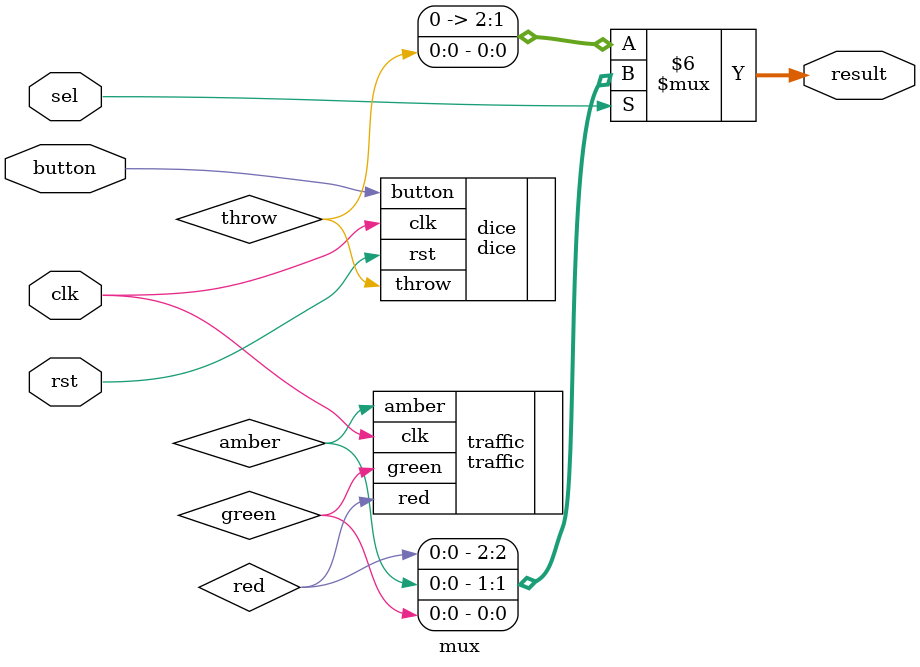
<source format=v>
`timescale 1ns / 100ps

module mux(
    input clk, input rst, input button, input sel, output reg [2:0] result	
    );

reg [2:0]state;

always @(*) begin 
	if (sel) begin
	
	state[2] = red;
	state[1] = amber;
	state[0] = green;
	#5 result = state;
	end else begin
	
	#5 result = throw;
	end
end

traffic traffic(.clk(clk), .red(red), .amber(amber), .green(green));                 
dice dice(.clk(clk), .rst(rst), .button(button), .throw(throw));

endmodule

</source>
